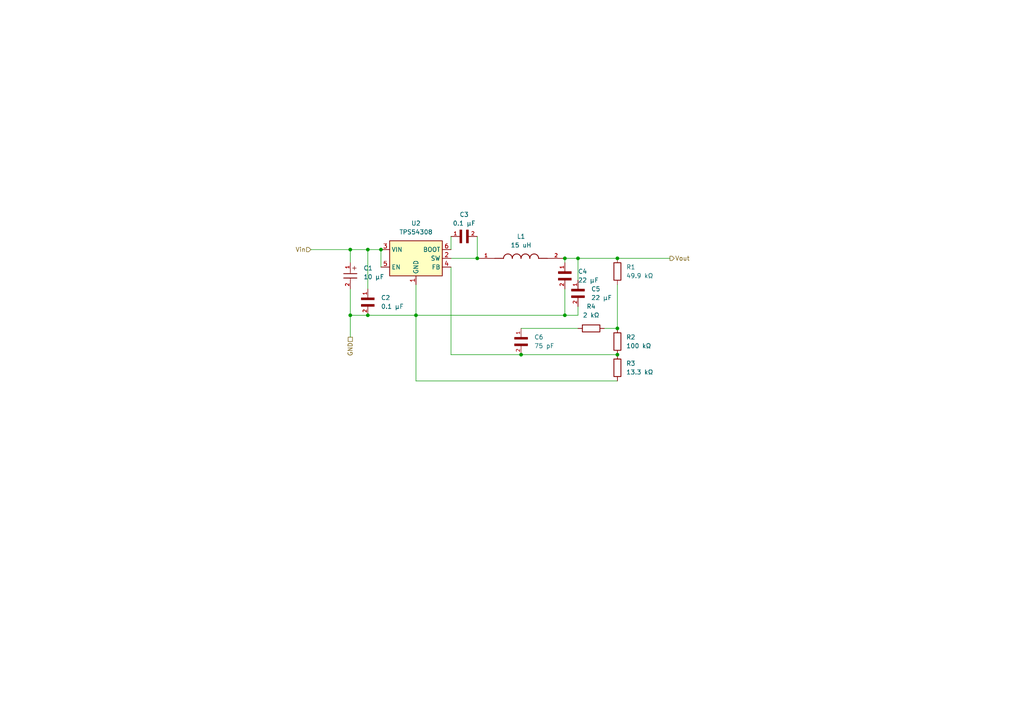
<source format=kicad_sch>
(kicad_sch (version 20250114) (generator "eeschema") (generator_version "9.0")
  (paper "A4")
  (title_block (title "12V to 5V buck via TPS54308"))
  (lib_symbols
    (symbol "ASPI-0804T-150M-T:ASPI-0804T-150M-T" (pin_names (offset 1.016))
      (property "Reference" "L" (at -10.16 7.62 0))
      (property "Value" "ASPI-0804T-150M-T" (at -10.16 5.08 0))
      (symbol "ASPI-0804T-150M-T_0_0"
        (polyline (pts (xy -5.08 0) (xy -7.62 0)) (stroke (width 0.254)))
        (arc (start -5.08 0) (mid -3.81 1.2645) (end -2.54 0) (stroke (width 0.254)))
        (arc (start -2.54 0) (mid -1.27 1.2645) (end 0 0) (stroke (width 0.254)))
        (arc (start 0 0) (mid 1.27 1.2645) (end 2.54 0) (stroke (width 0.254)))
        (arc (start 2.54 0) (mid 3.81 1.2645) (end 5.08 0) (stroke (width 0.254)))
        (polyline (pts (xy 5.08 0) (xy 7.62 0)) (stroke (width 0.254)))
        (pin passive line (at -12.7 0 0) (length 5.08) (name "~") (number "1"))
        (pin passive line (at 12.7 0 180) (length 5.08) (name "~") (number "2"))
      )
    )
    (symbol "Device:R" (pin_numbers (hide yes)) (pin_names (offset 0))
      (property "Reference" "R" (at 2.032 0 90))
      (property "Value" "R" (at 0 0 90))
      (symbol "R_0_1"
        (rectangle (start -1.016 -2.54) (end 1.016 2.54) (stroke (width 0.254)))
      )
      (symbol "R_1_1"
        (pin passive line (at 0 3.81 270) (length 1.27) (name "~") (number "1"))
        (pin passive line (at 0 -3.81 90) (length 1.27) (name "~") (number "2"))
      )
    )
    (symbol "GCM0335C1E750FA16D:GCM0335C1E750FA16D" (pin_names (offset 1.016))
      (property "Reference" "C" (at 0 3.8109 0))
      (property "Value" "GCM0335C1E750FA16D" (at 0 -5.0885 0))
      (symbol "GCM0335C1E750FA16D_0_0"
        (rectangle (start 0 -1.9069) (end 0.635 1.905) (stroke (width 0.1)) (fill (type outline)))
        (rectangle (start 1.9069 -1.9069) (end 2.54 1.905) (stroke (width 0.1)) (fill (type outline)))
        (pin passive line (at -2.54 0 0) (length 2.54) (name "~") (number "1"))
        (pin passive line (at 5.08 0 180) (length 2.54) (name "~") (number "2"))
      )
    )
    (symbol "MBJCG168BB7104KTPA18:MBJCG168BB7104KTPA18" (pin_names (offset 1.016))
      (property "Reference" "C" (at -2.54 2.54 0))
      (property "Value" "MBJCG168BB7104KTPA18" (at -2.54 -5.08 0))
      (symbol "MBJCG168BB7104KTPA18_0_0"
        (rectangle (start 0 -1.9069) (end 0.635 1.905) (stroke (width 0.1)) (fill (type outline)))
        (rectangle (start 1.9069 -1.9069) (end 2.54 1.905) (stroke (width 0.1)) (fill (type outline)))
        (pin passive line (at -2.54 0 0) (length 2.54) (name "~") (number "1"))
        (pin passive line (at 5.08 0 180) (length 2.54) (name "~") (number "2"))
      )
    )
    (symbol "MLASG32MSB5226MPNA01:MLASG32MSB5226MPNA01" (pin_names (offset 1.016))
      (property "Reference" "C" (at -2.54 2.54 0))
      (property "Value" "MLASG32MSB5226MPNA01" (at -2.54 -5.08 0))
      (symbol "MLASG32MSB5226MPNA01_0_0"
        (rectangle (start 0 -1.9069) (end 0.635 1.905) (stroke (width 0.1)) (fill (type outline)))
        (rectangle (start 1.9069 -1.9069) (end 2.54 1.905) (stroke (width 0.1)) (fill (type outline)))
        (pin passive line (at -2.54 0 0) (length 2.54) (name "~") (number "1"))
        (pin passive line (at 5.08 0 180) (length 2.54) (name "~") (number "2"))
      )
    )
    (symbol "Regulator_Switching:TPS54308"
      (property "Reference" "U" (at -7.62 6.35 0))
      (property "Value" "TPS54308" (at 0 6.35 0))
      (symbol "TPS54308_0_1"
        (rectangle (start -7.62 5.08) (end 7.62 -5.08) (stroke (width 0.254)) (fill (type background)))
      )
      (symbol "TPS54308_1_1"
        (pin power_in line (at -10.16 2.54 0) (length 2.54) (name "VIN") (number "3"))
        (pin input line (at -10.16 -2.54 0) (length 2.54) (name "EN") (number "5"))
        (pin power_in line (at 0 -7.62 90) (length 2.54) (name "GND") (number "1"))
        (pin passive line (at 10.16 2.54 180) (length 2.54) (name "BOOT") (number "6"))
        (pin power_out line (at 10.16 0 180) (length 2.54) (name "SW") (number "2"))
        (pin input line (at 10.16 -2.54 180) (length 2.54) (name "FB") (number "4"))
      )
    )
    (symbol "WCAP-ATG8_5X11:WCAP-ATG8_5X11" (pin_names (offset 1.016))
      (property "Reference" "C" (at 1.175 3.38 0))
      (property "Value" "WCAP-ATG8_5X11" (at 0.915 -5.075 0))
      (symbol "WCAP-ATG8_5X11_0_0"
        (polyline (pts (xy 0 0) (xy 0.6426 0)) (stroke (width 0.1524)))
        (polyline (pts (xy 0.635 -1.905) (xy 0.635 1.905)) (stroke (width 0.254)))
        (polyline (pts (xy 1.905 1.905) (xy 1.905 -1.905)) (stroke (width 0.254)))
        (polyline (pts (xy 1.9279 0) (xy 2.5705 0)) (stroke (width 0.1524)))
        (text "+" (at 2.54 -1.905 0) (effects (font (size 1.4224 1.4224)) (justify left bottom)))
        (pin passive line (at -2.54 0 0) (length 2.54) (name "~") (number "2"))
        (pin passive line (at 5.08 0 180) (length 2.54) (name "~") (number "1"))
      )
    )
  )
  (junction (at 106.68 72.39))
  (junction (at 106.68 91.44))
  (junction (at 110.49 72.39))
  (junction (at 163.83 91.44))
  (junction (at 101.6 72.39))
  (junction (at 151.13 102.87))
  (junction (at 120.65 91.44))
  (junction (at 179.07 102.87))
  (junction (at 179.07 74.93))
  (junction (at 179.07 95.25))
  (junction (at 101.6 91.44))
  (junction (at 167.64 74.93))
  (junction (at 163.83 74.93))
  (junction (at 138.43 74.93))
  (wire (pts (xy 163.83 83.82) (xy 163.83 91.44)))
  (wire (pts (xy 130.81 74.93) (xy 138.43 74.93)))
  (wire (pts (xy 163.83 76.2) (xy 163.83 74.93)))
  (wire (pts (xy 138.43 68.58) (xy 138.43 74.93)))
  (wire (pts (xy 130.81 77.47) (xy 130.81 102.87)))
  (wire (pts (xy 101.6 83.82) (xy 101.6 91.44)))
  (wire (pts (xy 151.13 102.87) (xy 179.07 102.87)))
  (wire (pts (xy 106.68 72.39) (xy 110.49 72.39)))
  (wire (pts (xy 151.13 95.25) (xy 167.64 95.25)))
  (wire (pts (xy 167.64 74.93) (xy 167.64 81.28)))
  (wire (pts (xy 101.6 72.39) (xy 106.68 72.39)))
  (wire (pts (xy 179.07 74.93) (xy 194.31 74.93)))
  (wire (pts (xy 120.65 91.44) (xy 163.83 91.44)))
  (wire (pts (xy 120.65 82.55) (xy 120.65 91.44)))
  (wire (pts (xy 175.26 95.25) (xy 179.07 95.25)))
  (wire (pts (xy 110.49 72.39) (xy 110.49 77.47)))
  (wire (pts (xy 101.6 91.44) (xy 106.68 91.44)))
  (wire (pts (xy 130.81 102.87) (xy 151.13 102.87)))
  (wire (pts (xy 167.64 74.93) (xy 179.07 74.93)))
  (wire (pts (xy 90.17 72.39) (xy 101.6 72.39)))
  (wire (pts (xy 106.68 91.44) (xy 120.65 91.44)))
  (wire (pts (xy 167.64 91.44) (xy 167.64 88.9)))
  (wire (pts (xy 101.6 91.44) (xy 101.6 97.79)))
  (wire (pts (xy 163.83 74.93) (xy 167.64 74.93)))
  (wire (pts (xy 130.81 68.58) (xy 130.81 72.39)))
  (wire (pts (xy 106.68 72.39) (xy 106.68 83.82)))
  (wire (pts (xy 179.07 95.25) (xy 179.07 82.55)))
  (wire (pts (xy 167.64 91.44) (xy 163.83 91.44)))
  (wire (pts (xy 101.6 76.2) (xy 101.6 72.39)))
  (wire (pts (xy 120.65 91.44) (xy 120.65 110.49)))
  (wire (pts (xy 179.07 110.49) (xy 120.65 110.49)))
  (hierarchical_label "Vin" (shape input) (at 90.17 72.39 180))
  (hierarchical_label "Vout" (shape output) (at 194.31 74.93 0))
  (hierarchical_label "GND" (shape passive) (at 101.6 97.79 270))
  (symbol (lib_id "MLASG32MSB5226MPNA01:MLASG32MSB5226MPNA01") (at 167.64 83.82 270) (unit 1)
    (property "Reference" "C5" (at 171.45 83.8199 90) (effects (justify left)))
    (property "Value" "22 µF" (at 171.45 86.3599 90) (effects (justify left)))
    (property "Footprint" "MLASG32MSB5226MPNA01:CAPC3225X270N" (effects (hide yes)))
    (property "Description" "22 uF" (effects (hide yes)))
    (property "MF" "Taiyo Yuden" (effects (hide yes)))
    (property "MAXIMUM_PACKAGE_HEIGHT" "2.7mm" (effects (hide yes)))
    (property "Package" "3225-2 Taiyo Yuden" (effects (hide yes)))
    (property "Price" "None" (effects (hide yes)))
    (property "Check_prices" "https://www.snapeda.com/parts/MLASG32MSB5226MPNA01/Taiyo+Yuden/view-part/?ref=eda" (effects (hide yes)))
    (property "STANDARD" "IPC-7351B" (effects (hide yes)))
    (property "PARTREV" "NA" (effects (hide yes)))
    (property "SnapEDA_Link" "https://www.snapeda.com/parts/MLASG32MSB5226MPNA01/Taiyo+Yuden/view-part/?ref=snap" (effects (hide yes)))
    (property "MP" "MLASG32MSB5226MPNA01" (effects (hide yes)))
    (property "Description_1" "22uF 35V 20% Multilayer Ceramic Capacitor X5R 1210 (3225 Metric)" (effects (hide yes)))
    (property "Availability" "In Stock" (effects (hide yes)))
    (property "MANUFACTURER" "Taiyo Yuden" (effects (hide yes)))
  )
  (symbol (lib_id "MBJCG168BB7104KTPA18:MBJCG168BB7104KTPA18") (at 106.68 86.36 270) (unit 1)
    (property "Reference" "C2" (at 110.49 86.3599 90) (effects (justify left)))
    (property "Value" "0.1 µF" (at 110.49 88.8999 90) (effects (justify left)))
    (property "Footprint" "MBJCG168BB7104KTPA18:CAPC1608X100N" (effects (hide yes)))
    (property "Datasheet" "https://ds.yuden.co.jp/TYCOMPAS/or/download?pn=MBARQ167SCG0R4ATRA01&fileType=CS" (effects (hide yes)))
    (property "Description" "0.1 uF" (effects (hide yes)))
    (property "MF" "Taiyo Yuden" (effects (hide yes)))
    (property "MAXIMUM_PACKAGE_HEIGHT" "1.00mm" (effects (hide yes)))
    (property "Package" "1608-2 TAIYO" (effects (hide yes)))
    (property "Price" "None" (effects (hide yes)))
    (property "Check_prices" "https://www.snapeda.com/parts/MBJCG168BB7104KTPA18/Taiyo+Yuden/view-part/?ref=eda" (effects (hide yes)))
    (property "STANDARD" "IPC-7351B" (effects (hide yes)))
    (property "PARTREV" "NA" (effects (hide yes)))
    (property "SnapEDA_Link" "https://www.snapeda.com/parts/MBJCG168BB7104KTPA18/Taiyo+Yuden/view-part/?ref=snap" (effects (hide yes)))
    (property "MP" "MBJCG168BB7104KTPA18" (effects (hide yes)))
    (property "Description_1" "0.1uF 35V 10% Multilayer Ceramic Capacitor X7R 0603 (1608 Metric)" (effects (hide yes)))
    (property "Availability" "In Stock" (effects (hide yes)))
    (property "MANUFACTURER" "Taiyo Yuden" (effects (hide yes)))
  )
  (symbol (lib_id "WCAP-ATG8_5X11:WCAP-ATG8_5X11") (at 101.6 81.28 90) (unit 1)
    (property "Reference" "C1" (at 105.41 77.773 90) (effects (justify right)))
    (property "Value" "10 µF" (at 105.41 80.313 90) (effects (justify right)))
    (property "Footprint" "WCAP-ATG8_5X11:WCAP-ATG8_5X11_DXL_" (effects (hide yes)))
    (property "Datasheet" "https://www.we-online.com/components/products/datasheet/860010572002.pdf" (effects (hide yes)))
    (property "Description" "10 uF" (effects (hide yes)))
    (property "MF" "Würth Elektronik" (effects (hide yes)))
    (property "Description_1" "CAP ALUM 10UF 20% 35V RADIAL TH" (effects (hide yes)))
    (property "Package" "Radial Wurth Electronics" (effects (hide yes)))
    (property "Price" "None" (effects (hide yes)))
    (property "SnapEDA_Link" "https://www.snapeda.com/parts/860010572002/W%25C3%25BCrth+Elektronik+Midcom/view-part/?ref=snap" (effects (hide yes)))
    (property "MP" "860010572002" (effects (hide yes)))
    (property "Availability" "In Stock" (effects (hide yes)))
    (property "Check_prices" "https://www.snapeda.com/parts/860010572002/W%25C3%25BCrth+Elektronik+Midcom/view-part/?ref=eda" (effects (hide yes)))
  )
  (symbol (lib_id "Device:R") (at 171.45 95.25 270) (unit 1)
    (property "Reference" "R4" (at 171.45 88.9 90))
    (property "Value" "2 kΩ" (at 171.45 91.44 90))
    (property "Description" "Resistor" (effects (hide yes)))
  )
  (symbol (lib_id "Device:R") (at 179.07 78.74 0) (unit 1)
    (property "Reference" "R1" (at 181.61 77.4699 0) (effects (justify left)))
    (property "Value" "49.9 kΩ" (at 181.61 80.0099 0) (effects (justify left)))
    (property "Description" "Resistor" (effects (hide yes)))
  )
  (symbol (lib_id "Device:R") (at 179.07 99.06 0) (unit 1)
    (property "Reference" "R2" (at 181.61 97.7899 0) (effects (justify left)))
    (property "Value" "100 kΩ" (at 181.61 100.3299 0) (effects (justify left)))
    (property "Description" "Resistor" (effects (hide yes)))
  )
  (symbol (lib_id "MLASG32MSB5226MPNA01:MLASG32MSB5226MPNA01") (at 163.83 78.74 270) (unit 1)
    (property "Reference" "C4" (at 167.64 78.7399 90) (effects (justify left)))
    (property "Value" "22 µF" (at 167.64 81.2799 90) (effects (justify left)))
    (property "Footprint" "MLASG32MSB5226MPNA01:CAPC3225X270N" (effects (hide yes)))
    (property "Description" "22 uF" (effects (hide yes)))
    (property "MF" "Taiyo Yuden" (effects (hide yes)))
    (property "MAXIMUM_PACKAGE_HEIGHT" "2.7mm" (effects (hide yes)))
    (property "Package" "3225-2 Taiyo Yuden" (effects (hide yes)))
    (property "Price" "None" (effects (hide yes)))
    (property "Check_prices" "https://www.snapeda.com/parts/MLASG32MSB5226MPNA01/Taiyo+Yuden/view-part/?ref=eda" (effects (hide yes)))
    (property "STANDARD" "IPC-7351B" (effects (hide yes)))
    (property "PARTREV" "NA" (effects (hide yes)))
    (property "SnapEDA_Link" "https://www.snapeda.com/parts/MLASG32MSB5226MPNA01/Taiyo+Yuden/view-part/?ref=snap" (effects (hide yes)))
    (property "MP" "MLASG32MSB5226MPNA01" (effects (hide yes)))
    (property "Description_1" "22uF 35V 20% Multilayer Ceramic Capacitor X5R 1210 (3225 Metric)" (effects (hide yes)))
    (property "Availability" "In Stock" (effects (hide yes)))
    (property "MANUFACTURER" "Taiyo Yuden" (effects (hide yes)))
  )
  (symbol (lib_id "MBJCG168BB7104KTPA18:MBJCG168BB7104KTPA18") (at 133.35 68.58 0) (unit 1)
    (property "Reference" "C3" (at 134.62 62.23 0))
    (property "Value" "0.1 µF" (at 134.62 64.77 0))
    (property "Footprint" "MBJCG168BB7104KTPA18:CAPC1608X100N" (effects (hide yes)))
    (property "Description" "0.1 uF" (effects (hide yes)))
    (property "MF" "Taiyo Yuden" (effects (hide yes)))
    (property "MAXIMUM_PACKAGE_HEIGHT" "1.00mm" (effects (hide yes)))
    (property "Package" "1608-2 TAIYO" (effects (hide yes)))
    (property "Price" "None" (effects (hide yes)))
    (property "Check_prices" "https://www.snapeda.com/parts/MBJCG168BB7104KTPA18/Taiyo+Yuden/view-part/?ref=eda" (effects (hide yes)))
    (property "STANDARD" "IPC-7351B" (effects (hide yes)))
    (property "PARTREV" "NA" (effects (hide yes)))
    (property "SnapEDA_Link" "https://www.snapeda.com/parts/MBJCG168BB7104KTPA18/Taiyo+Yuden/view-part/?ref=snap" (effects (hide yes)))
    (property "MP" "MBJCG168BB7104KTPA18" (effects (hide yes)))
    (property "Description_1" "0.1uF 35V 10% Multilayer Ceramic Capacitor X7R 0603 (1608 Metric)" (effects (hide yes)))
    (property "Availability" "In Stock" (effects (hide yes)))
    (property "MANUFACTURER" "Taiyo Yuden" (effects (hide yes)))
  )
  (symbol (lib_id "Device:R") (at 179.07 106.68 0) (unit 1)
    (property "Reference" "R3" (at 181.61 105.4099 0) (effects (justify left)))
    (property "Value" "13.3 kΩ" (at 181.61 107.9499 0) (effects (justify left)))
    (property "Description" "Resistor" (effects (hide yes)))
  )
  (symbol (lib_id "Regulator_Switching:TPS54308") (at 120.65 74.93 0) (unit 1)
    (property "Reference" "U2" (at 120.65 64.77 0))
    (property "Value" "TPS54308" (at 120.65 67.31 0))
    (property "Footprint" "Package_TO_SOT_SMD:SOT-23-6" (effects (hide yes)))
    (property "Datasheet" "http://www.ti.com/lit/ds/symlink/tps54308.pdf" (effects (hide yes)))
    (property "Description" "3A, 4.5 to 28V Input, EMI Friendly integrated switch synchronous step-down regulator, continuous-conduction, SOT-23-6" (effects (hide yes)))
  )
  (symbol (lib_id "ASPI-0804T-150M-T:ASPI-0804T-150M-T") (at 151.13 74.93 0) (unit 1)
    (property "Reference" "L1" (at 151.13 68.58 0))
    (property "Value" "15 uH" (at 151.13 71.12 0))
    (property "Footprint" "ASPI-0804T-150M-T:IND_ASPI-0804T-150M-T" (effects (hide yes)))
    (property "Datasheet" "https://www.mouser.it/datasheet/3/184/1/ASPI-0804T.pdf" (effects (hide yes)))
    (property "Description" "15 uH" (effects (hide yes)))
    (property "MF" "Abracon" (effects (hide yes)))
    (property "MAXIMUM_PACKAGE_HEIGHT" "5.20mm" (effects (hide yes)))
    (property "Package" "Nonstandard Abracon" (effects (hide yes)))
    (property "Price" "None" (effects (hide yes)))
    (property "Check_prices" "https://www.snapeda.com/parts/ASPI-0804T-150M-T/Abracon/view-part/?ref=eda" (effects (hide yes)))
    (property "STANDARD" "Manufacturer Recommendations" (effects (hide yes)))
    (property "PARTREV" "P" (effects (hide yes)))
    (property "SnapEDA_Link" "https://www.snapeda.com/parts/ASPI-0804T-150M-T/Abracon/view-part/?ref=snap" (effects (hide yes)))
    (property "MP" "ASPI-0804T-150M-T" (effects (hide yes)))
    (property "Description_1" "15µH Unshielded Wirewound Inductor 3A 46mOhm Max Nonstandard" (effects (hide yes)))
    (property "MANUFACTURER" "Abracon" (effects (hide yes)))
    (property "Availability" "In Stock" (effects (hide yes)))
    (property "SNAPEDA_PN" "ASPI-0804T-150M-T" (effects (hide yes)))
  )
  (symbol (lib_id "GCM0335C1E750FA16D:GCM0335C1E750FA16D") (at 151.13 97.79 270) (unit 1)
    (property "Reference" "C6" (at 154.94 97.7899 90) (effects (justify left)))
    (property "Value" "75 pF" (at 154.94 100.3299 90) (effects (justify left)))
    (property "Footprint" "GCM0335C1E750FA16D:CAPC0603X33N" (effects (hide yes)))
    (property "Description" "75 pF" (effects (hide yes)))
    (property "MF" "Murata" (effects (hide yes)))
    (property "Description_1" "SMD capacitor C0G(EIA) with capacitance 75pF Tol.1%. Rated voltage 25Vdc 125C" (effects (hide yes)))
    (property "Package" "0603-2 MURATA" (effects (hide yes)))
    (property "Price" "None" (effects (hide yes)))
    (property "SnapEDA_Link" "https://www.snapeda.com/parts/GCM0335C1E750FA16D/Murata/view-part/?ref=snap" (effects (hide yes)))
    (property "MP" "GCM0335C1E750FA16D" (effects (hide yes)))
    (property "Availability" "In Stock" (effects (hide yes)))
    (property "Check_prices" "https://www.snapeda.com/parts/GCM0335C1E750FA16D/Murata/view-part/?ref=eda" (effects (hide yes)))
  )
)
</source>
